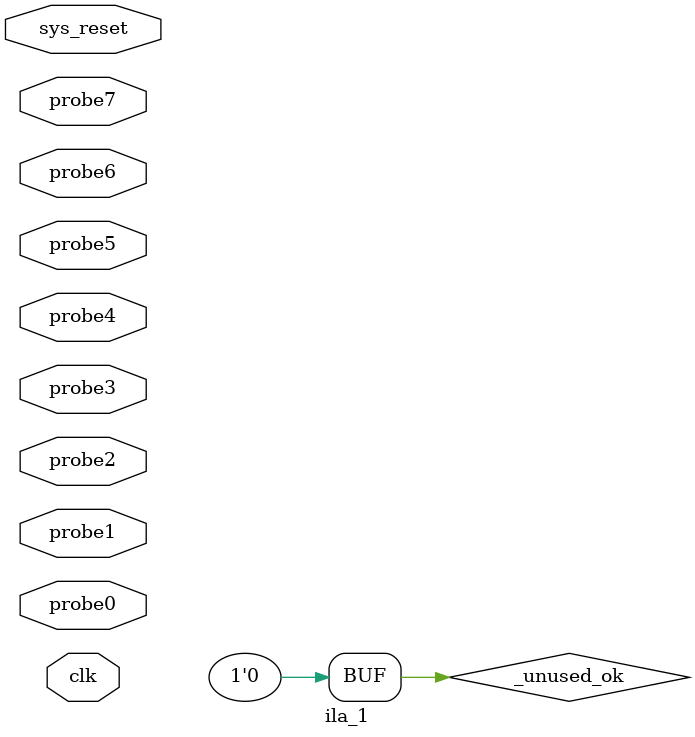
<source format=sv>
module ila_1 (
	input wire clk,
	input wire sys_reset,
	input wire probe0,
	input wire probe1,
	input wire [2:0] probe2,
	input wire [27:0] probe3,
	input wire probe4,
	input wire probe5,
	input wire probe6,
	input wire probe7
);

wire _unused_ok = &{
	1'b0,
	clk,
	sys_reset,
	probe0,
	probe1,
	probe2,
	probe3,
	probe4,
	probe5,
	probe6,
	probe7,
	1'b0
};

endmodule


</source>
